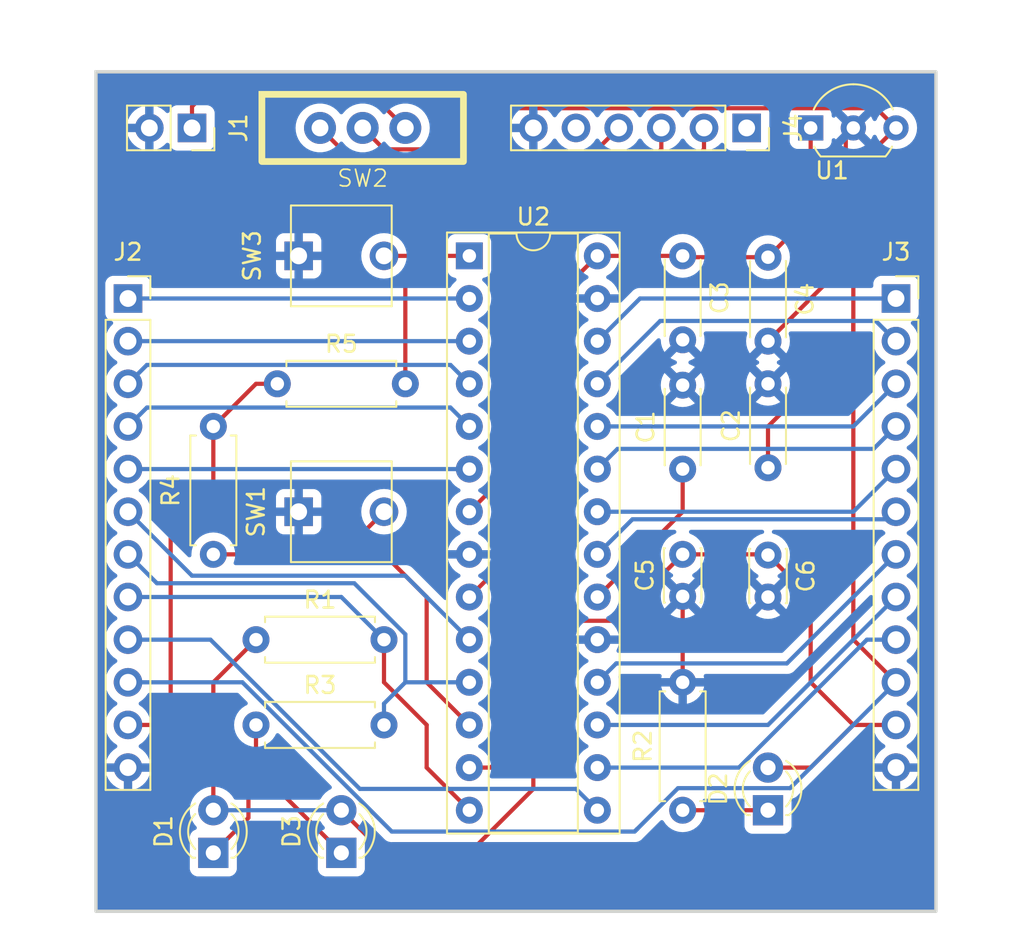
<source format=kicad_pcb>
(kicad_pcb (version 20221018) (generator pcbnew)
  (layers (0 "F.Cu" signal) (31 "B.Cu" signal) (34 "B.Paste" user) (35 "F.Paste" user) (36 "B.SilkS" user "B.Silkscreen") (37 "F.SilkS" user "F.Silkscreen") (38 "B.Mask" user) (39 "F.Mask" user) (44 "Edge.Cuts" user))
  (net 0 "")
  (net 1 "Net-(U2-Vcap)")
  (net 2 "GND")
  (net 3 "+3.3V")
  (net 4 "Net-(D1-K)")
  (net 5 "Net-(D2-K)")
  (net 6 "Net-(D3-K)")
  (net 7 "Net-(J1-Pin_1)")
  (net 8 "/A0")
  (net 9 "/A1")
  (net 10 "/B0")
  (net 11 "/B1")
  (net 12 "/B2")
  (net 13 "/A3")
  (net 14 "/GREEN")
  (net 15 "/YELLOW")
  (net 16 "/B6")
  (net 17 "/Vin")
  (net 18 "/B15")
  (net 19 "/B14")
  (net 20 "/B13")
  (net 21 "/B12")
  (net 22 "/B11")
  (net 23 "/B10")
  (net 24 "/B9")
  (net 25 "/B8")
  (net 26 "/B7")
  (net 28 "/U1RX")
  (net 29 "/U1TX")
  (net 30 "+5V")
  (net 32 "/USER")
  (net 33 "/MCLR")
  (footprint "HW4-2:slidesw" (layer "F.Cu") (at 115.57 53.34)
    (fp_text reference "SW2" (at 0 3 unlocked) (layer "F.SilkS") (effects (font (thickness 0.1))))
    (fp_text value "Slide Switch")
    (fp_rect (start -6 -2) (end 6 2) (stroke (width 0.4)) (fill none) (layer "F.SilkS"))
    (pad "1" thru_hole circle (at -2.54 0) (size 1.9 1.9) (drill 1) (layers "*.Cu" "*.Mask") (net 30 "+5V"))
    (pad "2" thru_hole circle (at 0 0) (size 1.9 1.9) (drill 1) (layers "*.Cu" "*.Mask") (net 17 "/Vin"))
    (pad "3" thru_hole circle (at 2.54 0) (size 1.9 1.9) (drill 1) (layers "*.Cu" "*.Mask") (net 7 "Net-(J1-Pin_1)"))
  )
  (footprint "LED_THT:LED_D3.0mm" (layer "F.Cu") (at 139.7 93.98 90)
    (fp_text reference "D2" (at 1.27 -2.96 90) (layer "F.SilkS"))
    (fp_text value "RED")
    (fp_line (start -0.29 -1.236) (end -0.29 -1.08) (stroke (width 0.12)) (layer "F.SilkS"))
    (fp_line (start -0.29 1.08) (end -0.29 1.236) (stroke (width 0.12)) (layer "F.SilkS"))
    (fp_arc (start -0.29 -1.235516) (mid 1.366487 -1.987659) (end 2.942335 -1.078608) (stroke (width 0.12)) (layer "F.SilkS"))
    (fp_arc (start 0.229039 -1.08) (mid 1.270117 -1.5) (end 2.31113 -1.079837) (stroke (width 0.12)) (layer "F.SilkS"))
    (fp_arc (start 2.31113 1.079837) (mid 1.270117 1.5) (end 0.229039 1.08) (stroke (width 0.12)) (layer "F.SilkS"))
    (fp_arc (start 2.942335 1.078608) (mid 1.366487 1.987659) (end -0.29 1.235516) (stroke (width 0.12)) (layer "F.SilkS"))
    (pad "1" thru_hole rect (at 0 0 90) (size 1.8 1.8) (drill 0.9) (layers "*.Cu" "*.Mask") (net 5 "Net-(D2-K)"))
    (pad "2" thru_hole circle (at 2.54 0 90) (size 1.8 1.8) (drill 0.9) (layers "*.Cu" "*.Mask") (net 3 "+3.3V"))
  )
  (footprint "Capacitor_THT:C_Disc_D3.0mm_W2.0mm_P2.50mm" (layer "F.Cu") (at 139.7 78.78 -90)
    (fp_text reference "C6" (at 1.25 -2.25 90) (layer "F.SilkS"))
    (fp_text value "0.1 uF")
    (fp_line (start -0.37 -1.12) (end -0.37 -1.055) (stroke (width 0.12)) (layer "F.SilkS"))
    (fp_line (start -0.37 -1.12) (end 2.87 -1.12) (stroke (width 0.12)) (layer "F.SilkS"))
    (fp_line (start -0.37 1.055) (end -0.37 1.12) (stroke (width 0.12)) (layer "F.SilkS"))
    (fp_line (start -0.37 1.12) (end 2.87 1.12) (stroke (width 0.12)) (layer "F.SilkS"))
    (fp_line (start 2.87 -1.12) (end 2.87 -1.055) (stroke (width 0.12)) (layer "F.SilkS"))
    (fp_line (start 2.87 1.055) (end 2.87 1.12) (stroke (width 0.12)) (layer "F.SilkS"))
    (pad "1" thru_hole circle (at 0 0 270) (size 1.6 1.6) (drill 0.8) (layers "*.Cu" "*.Mask") (net 3 "+3.3V"))
    (pad "2" thru_hole circle (at 2.5 0 270) (size 1.6 1.6) (drill 0.8) (layers "*.Cu" "*.Mask") (net 2 "GND"))
  )
  (footprint "HW4-2:pushbtn" (layer "F.Cu") (at 114.3 60.96 90)
    (fp_text reference "SW3" (at 0 -5.31 90) (layer "F.SilkS"))
    (fp_text value "USER")
    (fp_line (start -3 -3) (end -3 3) (stroke (width 0.12)) (layer "F.SilkS"))
    (fp_line (start -3 -3) (end 3 -3) (stroke (width 0.12)) (layer "F.SilkS"))
    (fp_line (start -3 3) (end 3 3) (stroke (width 0.12)) (layer "F.SilkS"))
    (fp_line (start 3 -3) (end 3 3) (stroke (width 0.12)) (layer "F.SilkS"))
    (pad "1" thru_hole rect (at 0 -2.54 90) (size 1.7 1.7) (drill 1) (layers "*.Cu" "*.Mask") (net 2 "GND"))
    (pad "2" thru_hole oval (at 0 2.54 90) (size 1.7 1.7) (drill 1) (layers "*.Cu" "*.Mask") (net 33 "/MCLR"))
  )
  (footprint "Connector_PinSocket_2.54mm:PinSocket_1x02_P2.54mm_Vertical" (layer "F.Cu") (at 105.41 53.34 -90)
    (fp_text reference "J1" (at 0 -2.77 90) (layer "F.SilkS"))
    (fp_text value "Battery")
    (fp_line (start -1.33 1.27) (end -1.33 3.87) (stroke (width 0.12)) (layer "F.SilkS"))
    (fp_line (start -1.33 1.27) (end 1.33 1.27) (stroke (width 0.12)) (layer "F.SilkS"))
    (fp_line (start -1.33 3.87) (end 1.33 3.87) (stroke (width 0.12)) (layer "F.SilkS"))
    (fp_line (start 0 -1.33) (end 1.33 -1.33) (stroke (width 0.12)) (layer "F.SilkS"))
    (fp_line (start 1.33 -1.33) (end 1.33 0) (stroke (width 0.12)) (layer "F.SilkS"))
    (fp_line (start 1.33 1.27) (end 1.33 3.87) (stroke (width 0.12)) (layer "F.SilkS"))
    (pad "1" thru_hole rect (at 0 0 270) (size 1.7 1.7) (drill 1) (layers "*.Cu" "*.Mask") (net 7 "Net-(J1-Pin_1)"))
    (pad "2" thru_hole oval (at 0 2.54 270) (size 1.7 1.7) (drill 1) (layers "*.Cu" "*.Mask") (net 2 "GND"))
  )
  (footprint "Capacitor_THT:C_Disc_D3.0mm_W2.0mm_P2.50mm" (layer "F.Cu") (at 134.62 81.24 90)
    (fp_text reference "C5" (at 1.25 -2.25 90) (layer "F.SilkS"))
    (fp_text value "0.1 uF")
    (fp_line (start -0.37 -1.12) (end -0.37 -1.055) (stroke (width 0.12)) (layer "F.SilkS"))
    (fp_line (start -0.37 -1.12) (end 2.87 -1.12) (stroke (width 0.12)) (layer "F.SilkS"))
    (fp_line (start -0.37 1.055) (end -0.37 1.12) (stroke (width 0.12)) (layer "F.SilkS"))
    (fp_line (start -0.37 1.12) (end 2.87 1.12) (stroke (width 0.12)) (layer "F.SilkS"))
    (fp_line (start 2.87 -1.12) (end 2.87 -1.055) (stroke (width 0.12)) (layer "F.SilkS"))
    (fp_line (start 2.87 1.055) (end 2.87 1.12) (stroke (width 0.12)) (layer "F.SilkS"))
    (pad "1" thru_hole circle (at 0 0 90) (size 1.6 1.6) (drill 0.8) (layers "*.Cu" "*.Mask") (net 2 "GND"))
    (pad "2" thru_hole circle (at 2.5 0 90) (size 1.6 1.6) (drill 0.8) (layers "*.Cu" "*.Mask") (net 3 "+3.3V"))
  )
  (footprint "Resistor_THT:R_Axial_DIN0207_L6.3mm_D2.5mm_P7.62mm_Horizontal" (layer "F.Cu") (at 134.62 93.98 90)
    (fp_text reference "R2" (at 3.81 -2.37 90) (layer "F.SilkS"))
    (fp_text value "330")
    (fp_line (start 0.54 -1.37) (end 7.08 -1.37) (stroke (width 0.12)) (layer "F.SilkS"))
    (fp_line (start 0.54 -1.04) (end 0.54 -1.37) (stroke (width 0.12)) (layer "F.SilkS"))
    (fp_line (start 0.54 1.04) (end 0.54 1.37) (stroke (width 0.12)) (layer "F.SilkS"))
    (fp_line (start 0.54 1.37) (end 7.08 1.37) (stroke (width 0.12)) (layer "F.SilkS"))
    (fp_line (start 7.08 -1.37) (end 7.08 -1.04) (stroke (width 0.12)) (layer "F.SilkS"))
    (fp_line (start 7.08 1.37) (end 7.08 1.04) (stroke (width 0.12)) (layer "F.SilkS"))
    (pad "1" thru_hole circle (at 0 0 90) (size 1.6 1.6) (drill 0.8) (layers "*.Cu" "*.Mask") (net 5 "Net-(D2-K)"))
    (pad "2" thru_hole oval (at 7.62 0 90) (size 1.6 1.6) (drill 0.8) (layers "*.Cu" "*.Mask") (net 2 "GND"))
  )
  (footprint "Capacitor_THT:C_Disc_D4.3mm_W1.9mm_P5.00mm" (layer "F.Cu") (at 139.7 61.04 -90)
    (fp_text reference "C4" (at 2.5 -2.2 90) (layer "F.SilkS"))
    (fp_text value "1 uF")
    (fp_line (start 0.23 -1.07) (end 0.23 -1.055) (stroke (width 0.12)) (layer "F.SilkS"))
    (fp_line (start 0.23 -1.07) (end 4.77 -1.07) (stroke (width 0.12)) (layer "F.SilkS"))
    (fp_line (start 0.23 1.055) (end 0.23 1.07) (stroke (width 0.12)) (layer "F.SilkS"))
    (fp_line (start 0.23 1.07) (end 4.77 1.07) (stroke (width 0.12)) (layer "F.SilkS"))
    (fp_line (start 4.77 -1.07) (end 4.77 -1.055) (stroke (width 0.12)) (layer "F.SilkS"))
    (fp_line (start 4.77 1.055) (end 4.77 1.07) (stroke (width 0.12)) (layer "F.SilkS"))
    (pad "1" thru_hole circle (at 0 0 270) (size 1.6 1.6) (drill 0.8) (layers "*.Cu" "*.Mask") (net 3 "+3.3V"))
    (pad "2" thru_hole circle (at 5 0 270) (size 1.6 1.6) (drill 0.8) (layers "*.Cu" "*.Mask") (net 2 "GND"))
  )
  (footprint "Connector_PinSocket_2.54mm:PinSocket_1x12_P2.54mm_Vertical" (layer "F.Cu") (at 147.32 63.5)
    (fp_text reference "J3" (at 0 -2.77) (layer "F.SilkS"))
    (fp_text value "~")
    (fp_line (start -1.33 1.27) (end -1.33 29.27) (stroke (width 0.12)) (layer "F.SilkS"))
    (fp_line (start -1.33 1.27) (end 1.33 1.27) (stroke (width 0.12)) (layer "F.SilkS"))
    (fp_line (start -1.33 29.27) (end 1.33 29.27) (stroke (width 0.12)) (layer "F.SilkS"))
    (fp_line (start 0 -1.33) (end 1.33 -1.33) (stroke (width 0.12)) (layer "F.SilkS"))
    (fp_line (start 1.33 -1.33) (end 1.33 0) (stroke (width 0.12)) (layer "F.SilkS"))
    (fp_line (start 1.33 1.27) (end 1.33 29.27) (stroke (width 0.12)) (layer "F.SilkS"))
    (pad "1" thru_hole rect (at 0 0) (size 1.7 1.7) (drill 1) (layers "*.Cu" "*.Mask") (net 18 "/B15"))
    (pad "2" thru_hole oval (at 0 2.54) (size 1.7 1.7) (drill 1) (layers "*.Cu" "*.Mask") (net 19 "/B14"))
    (pad "3" thru_hole oval (at 0 5.08) (size 1.7 1.7) (drill 1) (layers "*.Cu" "*.Mask") (net 20 "/B13"))
    (pad "4" thru_hole oval (at 0 7.62) (size 1.7 1.7) (drill 1) (layers "*.Cu" "*.Mask") (net 21 "/B12"))
    (pad "5" thru_hole oval (at 0 10.16) (size 1.7 1.7) (drill 1) (layers "*.Cu" "*.Mask") (net 22 "/B11"))
    (pad "6" thru_hole oval (at 0 12.7) (size 1.7 1.7) (drill 1) (layers "*.Cu" "*.Mask") (net 23 "/B10"))
    (pad "7" thru_hole oval (at 0 15.24) (size 1.7 1.7) (drill 1) (layers "*.Cu" "*.Mask") (net 24 "/B9"))
    (pad "8" thru_hole oval (at 0 17.78) (size 1.7 1.7) (drill 1) (layers "*.Cu" "*.Mask") (net 25 "/B8"))
    (pad "9" thru_hole oval (at 0 20.32) (size 1.7 1.7) (drill 1) (layers "*.Cu" "*.Mask") (net 26 "/B7"))
    (pad "10" thru_hole oval (at 0 22.86) (size 1.7 1.7) (drill 1) (layers "*.Cu" "*.Mask") (net 17 "/Vin"))
    (pad "11" thru_hole oval (at 0 25.4) (size 1.7 1.7) (drill 1) (layers "*.Cu" "*.Mask") (net 3 "+3.3V"))
    (pad "12" thru_hole oval (at 0 27.94) (size 1.7 1.7) (drill 1) (layers "*.Cu" "*.Mask") (net 2 "GND"))
  )
  (footprint "Connector_PinSocket_2.54mm:PinSocket_1x06_P2.54mm_Vertical" (layer "F.Cu") (at 138.43 53.34 -90)
    (fp_text reference "J4" (at 0 -2.77 90) (layer "F.SilkS"))
    (fp_text value "CP2102")
    (fp_line (start -1.33 1.27) (end -1.33 14.03) (stroke (width 0.12)) (layer "F.SilkS"))
    (fp_line (start -1.33 1.27) (end 1.33 1.27) (stroke (width 0.12)) (layer "F.SilkS"))
    (fp_line (start -1.33 14.03) (end 1.33 14.03) (stroke (width 0.12)) (layer "F.SilkS"))
    (fp_line (start 0 -1.33) (end 1.33 -1.33) (stroke (width 0.12)) (layer "F.SilkS"))
    (fp_line (start 1.33 -1.33) (end 1.33 0) (stroke (width 0.12)) (layer "F.SilkS"))
    (fp_line (start 1.33 1.27) (end 1.33 14.03) (stroke (width 0.12)) (layer "F.SilkS"))
    (pad "1" thru_hole rect (at 0 0 270) (size 1.7 1.7) (drill 1) (layers "*.Cu" "*.Mask"))
    (pad "2" thru_hole oval (at 0 2.54 270) (size 1.7 1.7) (drill 1) (layers "*.Cu" "*.Mask") (net 28 "/U1RX"))
    (pad "3" thru_hole oval (at 0 5.08 270) (size 1.7 1.7) (drill 1) (layers "*.Cu" "*.Mask") (net 29 "/U1TX"))
    (pad "4" thru_hole oval (at 0 7.62 270) (size 1.7 1.7) (drill 1) (layers "*.Cu" "*.Mask") (net 30 "+5V"))
    (pad "5" thru_hole oval (at 0 10.16 270) (size 1.7 1.7) (drill 1) (layers "*.Cu" "*.Mask"))
    (pad "6" thru_hole oval (at 0 12.7 270) (size 1.7 1.7) (drill 1) (layers "*.Cu" "*.Mask") (net 2 "GND"))
  )
  (footprint "Resistor_THT:R_Axial_DIN0207_L6.3mm_D2.5mm_P7.62mm_Horizontal" (layer "F.Cu") (at 109.22 83.82)
    (fp_text reference "R1" (at 3.81 -2.37) (layer "F.SilkS"))
    (fp_text value "330")
    (fp_line (start 0.54 -1.37) (end 7.08 -1.37) (stroke (width 0.12)) (layer "F.SilkS"))
    (fp_line (start 0.54 -1.04) (end 0.54 -1.37) (stroke (width 0.12)) (layer "F.SilkS"))
    (fp_line (start 0.54 1.04) (end 0.54 1.37) (stroke (width 0.12)) (layer "F.SilkS"))
    (fp_line (start 0.54 1.37) (end 7.08 1.37) (stroke (width 0.12)) (layer "F.SilkS"))
    (fp_line (start 7.08 -1.37) (end 7.08 -1.04) (stroke (width 0.12)) (layer "F.SilkS"))
    (fp_line (start 7.08 1.37) (end 7.08 1.04) (stroke (width 0.12)) (layer "F.SilkS"))
    (pad "1" thru_hole circle (at 0 0) (size 1.6 1.6) (drill 0.8) (layers "*.Cu" "*.Mask") (net 4 "Net-(D1-K)"))
    (pad "2" thru_hole oval (at 7.62 0) (size 1.6 1.6) (drill 0.8) (layers "*.Cu" "*.Mask") (net 15 "/YELLOW"))
  )
  (footprint "LED_THT:LED_D3.0mm" (layer "F.Cu") (at 114.3 96.52 90)
    (fp_text reference "D3" (at 1.27 -2.96 90) (layer "F.SilkS"))
    (fp_text value "GREEN")
    (fp_line (start -0.29 -1.236) (end -0.29 -1.08) (stroke (width 0.12)) (layer "F.SilkS"))
    (fp_line (start -0.29 1.08) (end -0.29 1.236) (stroke (width 0.12)) (layer "F.SilkS"))
    (fp_arc (start -0.29 -1.235516) (mid 1.366487 -1.987659) (end 2.942335 -1.078608) (stroke (width 0.12)) (layer "F.SilkS"))
    (fp_arc (start 0.229039 -1.08) (mid 1.270117 -1.5) (end 2.31113 -1.079837) (stroke (width 0.12)) (layer "F.SilkS"))
    (fp_arc (start 2.31113 1.079837) (mid 1.270117 1.5) (end 0.229039 1.08) (stroke (width 0.12)) (layer "F.SilkS"))
    (fp_arc (start 2.942335 1.078608) (mid 1.366487 1.987659) (end -0.29 1.235516) (stroke (width 0.12)) (layer "F.SilkS"))
    (pad "1" thru_hole rect (at 0 0 90) (size 1.8 1.8) (drill 0.9) (layers "*.Cu" "*.Mask") (net 6 "Net-(D3-K)"))
    (pad "2" thru_hole circle (at 2.54 0 90) (size 1.8 1.8) (drill 0.9) (layers "*.Cu" "*.Mask") (net 3 "+3.3V"))
  )
  (footprint "Resistor_THT:R_Axial_DIN0207_L6.3mm_D2.5mm_P7.62mm_Horizontal" (layer "F.Cu") (at 106.68 71.12 -90)
    (fp_text reference "R4" (at 3.81 2.54 90) (layer "F.SilkS"))
    (fp_text value "10K")
    (fp_line (start 0.54 -1.37) (end 7.08 -1.37) (stroke (width 0.12)) (layer "F.SilkS"))
    (fp_line (start 0.54 -1.04) (end 0.54 -1.37) (stroke (width 0.12)) (layer "F.SilkS"))
    (fp_line (start 0.54 1.04) (end 0.54 1.37) (stroke (width 0.12)) (layer "F.SilkS"))
    (fp_line (start 0.54 1.37) (end 7.08 1.37) (stroke (width 0.12)) (layer "F.SilkS"))
    (fp_line (start 7.08 -1.37) (end 7.08 -1.04) (stroke (width 0.12)) (layer "F.SilkS"))
    (fp_line (start 7.08 1.37) (end 7.08 1.04) (stroke (width 0.12)) (layer "F.SilkS"))
    (pad "1" thru_hole circle (at 0 0 270) (size 1.6 1.6) (drill 0.8) (layers "*.Cu" "*.Mask") (net 3 "+3.3V"))
    (pad "2" thru_hole oval (at 7.62 0 270) (size 1.6 1.6) (drill 0.8) (layers "*.Cu" "*.Mask") (net 32 "/USER"))
  )
  (footprint "Package_TO_SOT_THT:TO-92L_Inline_Wide" (layer "F.Cu") (at 142.24 53.34)
    (fp_text reference "U1" (at 1.27 2.54) (layer "F.SilkS"))
    (fp_text value "AP7381_33")
    (fp_line (start 0.6 1.7) (end 4.45 1.7) (stroke (width 0.12)) (layer "F.SilkS"))
    (fp_arc (start 0.1836 -1.098807) (mid 1.143021 -2.192817) (end 2.54 -2.6) (stroke (width 0.12)) (layer "F.SilkS"))
    (fp_arc (start 0.6 1.7) (mid 0.389183 1.423933) (end 0.217369 1.122045) (stroke (width 0.12)) (layer "F.SilkS"))
    (fp_arc (start 2.54 -2.6) (mid 3.936979 -2.192818) (end 4.8964 -1.098807) (stroke (width 0.12)) (layer "F.SilkS"))
    (fp_arc (start 4.842383 1.112264) (mid 4.666594 1.419753) (end 4.45 1.7) (stroke (width 0.12)) (layer "F.SilkS"))
    (pad "1" thru_hole rect (at 0 0) (size 1.5 1.5) (drill 0.8) (layers "*.Cu" "*.Mask") (net 3 "+3.3V"))
    (pad "2" thru_hole circle (at 2.54 0) (size 1.5 1.5) (drill 0.8) (layers "*.Cu" "*.Mask") (net 2 "GND"))
    (pad "3" thru_hole circle (at 5.08 0) (size 1.5 1.5) (drill 0.8) (layers "*.Cu" "*.Mask") (net 17 "/Vin"))
  )
  (footprint "Capacitor_THT:C_Disc_D4.3mm_W1.9mm_P5.00mm" (layer "F.Cu") (at 139.7 73.58 90)
    (fp_text reference "C2" (at 2.5 -2.2 90) (layer "F.SilkS"))
    (fp_text value "1 uF")
    (fp_line (start 0.23 -1.07) (end 0.23 -1.055) (stroke (width 0.12)) (layer "F.SilkS"))
    (fp_line (start 0.23 -1.07) (end 4.77 -1.07) (stroke (width 0.12)) (layer "F.SilkS"))
    (fp_line (start 0.23 1.055) (end 0.23 1.07) (stroke (width 0.12)) (layer "F.SilkS"))
    (fp_line (start 0.23 1.07) (end 4.77 1.07) (stroke (width 0.12)) (layer "F.SilkS"))
    (fp_line (start 4.77 -1.07) (end 4.77 -1.055) (stroke (width 0.12)) (layer "F.SilkS"))
    (fp_line (start 4.77 1.055) (end 4.77 1.07) (stroke (width 0.12)) (layer "F.SilkS"))
    (pad "1" thru_hole circle (at 0 0 90) (size 1.6 1.6) (drill 0.8) (layers "*.Cu" "*.Mask") (net 17 "/Vin"))
    (pad "2" thru_hole circle (at 5 0 90) (size 1.6 1.6) (drill 0.8) (layers "*.Cu" "*.Mask") (net 2 "GND"))
  )
  (footprint "Capacitor_THT:C_Disc_D4.3mm_W1.9mm_P5.00mm" (layer "F.Cu") (at 134.62 73.66 90)
    (fp_text reference "C1" (at 2.5 -2.2 90) (layer "F.SilkS"))
    (fp_text value "1 uF")
    (fp_line (start 0.23 -1.07) (end 0.23 -1.055) (stroke (width 0.12)) (layer "F.SilkS"))
    (fp_line (start 0.23 -1.07) (end 4.77 -1.07) (stroke (width 0.12)) (layer "F.SilkS"))
    (fp_line (start 0.23 1.055) (end 0.23 1.07) (stroke (width 0.12)) (layer "F.SilkS"))
    (fp_line (start 0.23 1.07) (end 4.77 1.07) (stroke (width 0.12)) (layer "F.SilkS"))
    (fp_line (start 4.77 -1.07) (end 4.77 -1.055) (stroke (width 0.12)) (layer "F.SilkS"))
    (fp_line (start 4.77 1.055) (end 4.77 1.07) (stroke (width 0.12)) (layer "F.SilkS"))
    (pad "1" thru_hole circle (at 0 0 90) (size 1.6 1.6) (drill 0.8) (layers "*.Cu" "*.Mask") (net 1 "Net-(U2-Vcap)"))
    (pad "2" thru_hole circle (at 5 0 90) (size 1.6 1.6) (drill 0.8) (layers "*.Cu" "*.Mask") (net 2 "GND"))
  )
  (footprint "Resistor_THT:R_Axial_DIN0207_L6.3mm_D2.5mm_P7.62mm_Horizontal" (layer "F.Cu") (at 109.22 88.9)
    (fp_text reference "R3" (at 3.81 -2.37) (layer "F.SilkS"))
    (fp_text value "330")
    (fp_line (start 0.54 -1.37) (end 7.08 -1.37) (stroke (width 0.12)) (layer "F.SilkS"))
    (fp_line (start 0.54 -1.04) (end 0.54 -1.37) (stroke (width 0.12)) (layer "F.SilkS"))
    (fp_line (start 0.54 1.04) (end 0.54 1.37) (stroke (width 0.12)) (layer "F.SilkS"))
    (fp_line (start 0.54 1.37) (end 7.08 1.37) (stroke (width 0.12)) (layer "F.SilkS"))
    (fp_line (start 7.08 -1.37) (end 7.08 -1.04) (stroke (width 0.12)) (layer "F.SilkS"))
    (fp_line (start 7.08 1.37) (end 7.08 1.04) (stroke (width 0.12)) (layer "F.SilkS"))
    (pad "1" thru_hole circle (at 0 0) (size 1.6 1.6) (drill 0.8) (layers "*.Cu" "*.Mask") (net 6 "Net-(D3-K)"))
    (pad "2" thru_hole oval (at 7.62 0) (size 1.6 1.6) (drill 0.8) (layers "*.Cu" "*.Mask") (net 14 "/GREEN"))
  )
  (footprint "LED_THT:LED_D3.0mm" (layer "F.Cu") (at 106.68 96.52 90)
    (fp_text reference "D1" (at 1.27 -2.96 90) (layer "F.SilkS"))
    (fp_text value "YELLOW")
    (fp_line (start -0.29 -1.236) (end -0.29 -1.08) (stroke (width 0.12)) (layer "F.SilkS"))
    (fp_line (start -0.29 1.08) (end -0.29 1.236) (stroke (width 0.12)) (layer "F.SilkS"))
    (fp_arc (start -0.29 -1.235516) (mid 1.366487 -1.987659) (end 2.942335 -1.078608) (stroke (width 0.12)) (layer "F.SilkS"))
    (fp_arc (start 0.229039 -1.08) (mid 1.270117 -1.5) (end 2.31113 -1.079837) (stroke (width 0.12)) (layer "F.SilkS"))
    (fp_arc (start 2.31113 1.079837) (mid 1.270117 1.5) (end 0.229039 1.08) (stroke (width 0.12)) (layer "F.SilkS"))
    (fp_arc (start 2.942335 1.078608) (mid 1.366487 1.987659) (end -0.29 1.235516) (stroke (width 0.12)) (layer "F.SilkS"))
    (pad "1" thru_hole rect (at 0 0 90) (size 1.8 1.8) (drill 0.9) (layers "*.Cu" "*.Mask") (net 4 "Net-(D1-K)"))
    (pad "2" thru_hole circle (at 2.54 0 90) (size 1.8 1.8) (drill 0.9) (layers "*.Cu" "*.Mask") (net 3 "+3.3V"))
  )
  (footprint "Resistor_THT:R_Axial_DIN0207_L6.3mm_D2.5mm_P7.62mm_Horizontal" (layer "F.Cu") (at 110.49 68.58)
    (fp_text reference "R5" (at 3.81 -2.37) (layer "F.SilkS"))
    (fp_text value "10K")
    (fp_line (start 0.54 -1.37) (end 7.08 -1.37) (stroke (width 0.12)) (layer "F.SilkS"))
    (fp_line (start 0.54 -1.04) (end 0.54 -1.37) (stroke (width 0.12)) (layer "F.SilkS"))
    (fp_line (start 0.54 1.04) (end 0.54 1.37) (stroke (width 0.12)) (layer "F.SilkS"))
    (fp_line (start 0.54 1.37) (end 7.08 1.37) (stroke (width 0.12)) (layer "F.SilkS"))
    (fp_line (start 7.08 -1.37) (end 7.08 -1.04) (stroke (width 0.12)) (layer "F.SilkS"))
    (fp_line (start 7.08 1.37) (end 7.08 1.04) (stroke (width 0.12)) (layer "F.SilkS"))
    (pad "1" thru_hole circle (at 0 0) (size 1.6 1.6) (drill 0.8) (layers "*.Cu" "*.Mask") (net 3 "+3.3V"))
    (pad "2" thru_hole oval (at 7.62 0) (size 1.6 1.6) (drill 0.8) (layers "*.Cu" "*.Mask") (net 33 "/MCLR"))
  )
  (footprint "Package_DIP:DIP-28_W7.62mm_Socket" (layer "F.Cu") (at 121.92 60.96)
    (fp_text reference "U2" (at 3.81 -2.33) (layer "F.SilkS"))
    (fp_text value "~")
    (fp_line (start -1.33 -1.39) (end -1.33 34.41) (stroke (width 0.12)) (layer "F.SilkS"))
    (fp_line (start -1.33 34.41) (end 8.95 34.41) (stroke (width 0.12)) (layer "F.SilkS"))
    (fp_line (start 1.16 -1.33) (end 1.16 34.35) (stroke (width 0.12)) (layer "F.SilkS"))
    (fp_line (start 1.16 34.35) (end 6.46 34.35) (stroke (width 0.12)) (layer "F.SilkS"))
    (fp_line (start 2.81 -1.33) (end 1.16 -1.33) (stroke (width 0.12)) (layer "F.SilkS"))
    (fp_line (start 6.46 -1.33) (end 4.81 -1.33) (stroke (width 0.12)) (layer "F.SilkS"))
    (fp_line (start 6.46 34.35) (end 6.46 -1.33) (stroke (width 0.12)) (layer "F.SilkS"))
    (fp_line (start 8.95 -1.39) (end -1.33 -1.39) (stroke (width 0.12)) (layer "F.SilkS"))
    (fp_line (start 8.95 34.41) (end 8.95 -1.39) (stroke (width 0.12)) (layer "F.SilkS"))
    (fp_arc (start 4.81 -1.33) (mid 3.81 -0.33) (end 2.81 -1.33) (stroke (width 0.12)) (layer "F.SilkS"))
    (pad "1" thru_hole rect (at 0 0) (size 1.6 1.6) (drill 0.8) (layers "*.Cu" "*.Mask") (net 33 "/MCLR"))
    (pad "2" thru_hole oval (at 0 2.54) (size 1.6 1.6) (drill 0.8) (layers "*.Cu" "*.Mask") (net 8 "/A0"))
    (pad "3" thru_hole oval (at 0 5.08) (size 1.6 1.6) (drill 0.8) (layers "*.Cu" "*.Mask") (net 9 "/A1"))
    (pad "4" thru_hole oval (at 0 7.62) (size 1.6 1.6) (drill 0.8) (layers "*.Cu" "*.Mask") (net 10 "/B0"))
    (pad "5" thru_hole oval (at 0 10.16) (size 1.6 1.6) (drill 0.8) (layers "*.Cu" "*.Mask") (net 11 "/B1"))
    (pad "6" thru_hole oval (at 0 12.7) (size 1.6 1.6) (drill 0.8) (layers "*.Cu" "*.Mask") (net 12 "/B2"))
    (pad "7" thru_hole oval (at 0 15.24) (size 1.6 1.6) (drill 0.8) (layers "*.Cu" "*.Mask") (net 29 "/U1TX"))
    (pad "8" thru_hole oval (at 0 17.78) (size 1.6 1.6) (drill 0.8) (layers "*.Cu" "*.Mask") (net 2 "GND"))
    (pad "9" thru_hole oval (at 0 20.32) (size 1.6 1.6) (drill 0.8) (layers "*.Cu" "*.Mask") (net 28 "/U1RX"))
    (pad "10" thru_hole oval (at 0 22.86) (size 1.6 1.6) (drill 0.8) (layers "*.Cu" "*.Mask") (net 13 "/A3"))
    (pad "11" thru_hole oval (at 0 25.4) (size 1.6 1.6) (drill 0.8) (layers "*.Cu" "*.Mask") (net 14 "/GREEN"))
    (pad "12" thru_hole oval (at 0 27.94) (size 1.6 1.6) (drill 0.8) (layers "*.Cu" "*.Mask") (net 32 "/USER"))
    (pad "13" thru_hole oval (at 0 30.48) (size 1.6 1.6) (drill 0.8) (layers "*.Cu" "*.Mask") (net 3 "+3.3V"))
    (pad "14" thru_hole oval (at 0 33.02) (size 1.6 1.6) (drill 0.8) (layers "*.Cu" "*.Mask") (net 15 "/YELLOW"))
    (pad "15" thru_hole oval (at 7.62 33.02) (size 1.6 1.6) (drill 0.8) (layers "*.Cu" "*.Mask") (net 16 "/B6"))
    (pad "16" thru_hole oval (at 7.62 30.48) (size 1.6 1.6) (drill 0.8) (layers "*.Cu" "*.Mask") (net 26 "/B7"))
    (pad "17" thru_hole oval (at 7.62 27.94) (size 1.6 1.6) (drill 0.8) (layers "*.Cu" "*.Mask") (net 25 "/B8"))
    (pad "18" thru_hole oval (at 7.62 25.4) (size 1.6 1.6) (drill 0.8) (layers "*.Cu" "*.Mask") (net 24 "/B9"))
    (pad "19" thru_hole oval (at 7.62 22.86) (size 1.6 1.6) (drill 0.8) (layers "*.Cu" "*.Mask") (net 2 "GND"))
    (pad "20" thru_hole oval (at 7.62 20.32) (size 1.6 1.6) (drill 0.8) (layers "*.Cu" "*.Mask") (net 1 "Net-(U2-Vcap)"))
    (pad "21" thru_hole oval (at 7.62 17.78) (size 1.6 1.6) (drill 0.8) (layers "*.Cu" "*.Mask") (net 23 "/B10"))
    (pad "22" thru_hole oval (at 7.62 15.24) (size 1.6 1.6) (drill 0.8) (layers "*.Cu" "*.Mask") (net 22 "/B11"))
    (pad "23" thru_hole oval (at 7.62 12.7) (size 1.6 1.6) (drill 0.8) (layers "*.Cu" "*.Mask") (net 21 "/B12"))
    (pad "24" thru_hole oval (at 7.62 10.16) (size 1.6 1.6) (drill 0.8) (layers "*.Cu" "*.Mask") (net 20 "/B13"))
    (pad "25" thru_hole oval (at 7.62 7.62) (size 1.6 1.6) (drill 0.8) (layers "*.Cu" "*.Mask") (net 19 "/B14"))
    (pad "26" thru_hole oval (at 7.62 5.08) (size 1.6 1.6) (drill 0.8) (layers "*.Cu" "*.Mask") (net 18 "/B15"))
    (pad "27" thru_hole oval (at 7.62 2.54) (size 1.6 1.6) (drill 0.8) (layers "*.Cu" "*.Mask") (net 2 "GND"))
    (pad "28" thru_hole oval (at 7.62 0) (size 1.6 1.6) (drill 0.8) (layers "*.Cu" "*.Mask") (net 3 "+3.3V"))
  )
  (footprint "HW4-2:pushbtn" (layer "F.Cu") (at 114.3 76.2 90)
    (fp_text reference "SW1" (at 0 -5.08 90) (layer "F.SilkS"))
    (fp_text value "USER")
    (fp_line (start -3 -3) (end -3 3) (stroke (width 0.12)) (layer "F.SilkS"))
    (fp_line (start -3 -3) (end 3 -3) (stroke (width 0.12)) (layer "F.SilkS"))
    (fp_line (start -3 3) (end 3 3) (stroke (width 0.12)) (layer "F.SilkS"))
    (fp_line (start 3 -3) (end 3 3) (stroke (width 0.12)) (layer "F.SilkS"))
    (pad "1" thru_hole rect (at 0 -2.54 90) (size 1.7 1.7) (drill 1) (layers "*.Cu" "*.Mask") (net 2 "GND"))
    (pad "2" thru_hole oval (at 0 2.54 90) (size 1.7 1.7) (drill 1) (layers "*.Cu" "*.Mask") (net 32 "/USER"))
  )
  (footprint "Capacitor_THT:C_Disc_D4.3mm_W1.9mm_P5.00mm" (layer "F.Cu") (at 134.62 60.96 -90)
    (fp_text reference "C3" (at 2.5 -2.2 90) (layer "F.SilkS"))
    (fp_text value "1 uF")
    (fp_line (start 0.23 -1.07) (end 0.23 -1.055) (stroke (width 0.12)) (layer "F.SilkS"))
    (fp_line (start 0.23 -1.07) (end 4.77 -1.07) (stroke (width 0.12)) (layer "F.SilkS"))
    (fp_line (start 0.23 1.055) (end 0.23 1.07) (stroke (width 0.12)) (layer "F.SilkS"))
    (fp_line (start 0.23 1.07) (end 4.77 1.07) (stroke (width 0.12)) (layer "F.SilkS"))
    (fp_line (start 4.77 -1.07) (end 4.77 -1.055) (stroke (width 0.12)) (layer "F.SilkS"))
    (fp_line (start 4.77 1.055) (end 4.77 1.07) (stroke (width 0.12)) (layer "F.SilkS"))
    (pad "1" thru_hole circle (at 0 0 270) (size 1.6 1.6) (drill 0.8) (layers "*.Cu" "*.Mask") (net 3 "+3.3V"))
    (pad "2" thru_hole circle (at 5 0 270) (size 1.6 1.6) (drill 0.8) (layers "*.Cu" "*.Mask") (net 2 "GND"))
  )
  (footprint "Connector_PinSocket_2.54mm:PinSocket_1x12_P2.54mm_Vertical" (layer "F.Cu") (at 101.6 63.5)
    (fp_text reference "J2" (at 0 -2.77) (layer "F.SilkS"))
    (fp_text value "~")
    (fp_line (start -1.33 1.27) (end -1.33 29.27) (stroke (width 0.12)) (layer "F.SilkS"))
    (fp_line (start -1.33 1.27) (end 1.33 1.27) (stroke (width 0.12)) (layer "F.SilkS"))
    (fp_line (start -1.33 29.27) (end 1.33 29.27) (stroke (width 0.12)) (layer "F.SilkS"))
    (fp_line (start 0 -1.33) (end 1.33 -1.33) (stroke (width 0.12)) (layer "F.SilkS"))
    (fp_line (start 1.33 -1.33) (end 1.33 0) (stroke (width 0.12)) (layer "F.SilkS"))
    (fp_line (start 1.33 1.27) (end 1.33 29.27) (stroke (width 0.12)) (layer "F.SilkS"))
    (pad "1" thru_hole rect (at 0 0) (size 1.7 1.7) (drill 1) (layers "*.Cu" "*.Mask") (net 8 "/A0"))
    (pad "2" thru_hole oval (at 0 2.54) (size 1.7 1.7) (drill 1) (layers "*.Cu" "*.Mask") (net 9 "/A1"))
    (pad "3" thru_hole oval (at 0 5.08) (size 1.7 1.7) (drill 1) (layers "*.Cu" "*.Mask") (net 10 "/B0"))
    (pad "4" thru_hole oval (at 0 7.62) (size 1.7 1.7) (drill 1) (layers "*.Cu" "*.Mask") (net 11 "/B1"))
    (pad "5" thru_hole oval (at 0 10.16) (size 1.7 1.7) (drill 1) (layers "*.Cu" "*.Mask") (net 12 "/B2"))
    (pad "6" thru_hole oval (at 0 12.7) (size 1.7 1.7) (drill 1) (layers "*.Cu" "*.Mask") (net 13 "/A3"))
    (pad "7" thru_hole oval (at 0 15.24) (size 1.7 1.7) (drill 1) (layers "*.Cu" "*.Mask") (net 14 "/GREEN"))
    (pad "8" thru_hole oval (at 0 17.78) (size 1.7 1.7) (drill 1) (layers "*.Cu" "*.Mask") (net 15 "/YELLOW"))
    (pad "9" thru_hole oval (at 0 20.32) (size 1.7 1.7) (drill 1) (layers "*.Cu" "*.Mask") (net 16 "/B6"))
    (pad "10" thru_hole oval (at 0 22.86) (size 1.7 1.7) (drill 1) (layers "*.Cu" "*.Mask") (net 17 "/Vin"))
    (pad "11" thru_hole oval (at 0 25.4) (size 1.7 1.7) (drill 1) (layers "*.Cu" "*.Mask") (net 3 "+3.3V"))
    (pad "12" thru_hole oval (at 0 27.94) (size 1.7 1.7) (drill 1) (layers "*.Cu" "*.Mask") (net 2 "GND"))
  )
  (gr_rect (start 99.695 50) (end 149.695 100) (stroke (width 0.2)) (fill none) (layer "Edge.Cuts"))
  (segment (start 134.62 76.2) (end 129.54 81.28) (width 0.25) (layer "F.Cu") (net 1))
  (segment (start 134.62 73.66) (end 134.62 76.2) (width 0.25) (layer "F.Cu") (net 1))
  (segment (start 139.7 66.04) (end 144.33 61.41) (width 0.25) (layer "F.Cu") (net 2))
  (segment (start 144.33 53.79) (end 144.78 53.34) (width 0.25) (layer "F.Cu") (net 2))
  (segment (start 134.62 81.24) (end 134.62 86.36) (width 0.25) (layer "F.Cu") (net 2))
  (segment (start 144.33 61.41) (end 144.33 53.79) (width 0.25) (layer "F.Cu") (net 2))
  (segment (start 142.24 58.5) (end 139.7 61.04) (width 0.25) (layer "F.Cu") (net 3))
  (segment (start 123.19 91.44) (end 121.92 91.44) (width 0.25) (layer "F.Cu") (net 3))
  (segment (start 104.14 77.47) (end 104.14 88.9) (width 0.25) (layer "F.Cu") (net 3))
  (segment (start 139.7 78.78) (end 142.24 81.32) (width 0.25) (layer "F.Cu") (net 3))
  (segment (start 127 83.82) (end 127 63.5) (width 0.25) (layer "F.Cu") (net 3))
  (segment (start 134.62 78.74) (end 139.66 78.74) (width 0.25) (layer "F.Cu") (net 3))
  (segment (start 142.24 91.44) (end 144.78 88.9) (width 0.25) (layer "F.Cu") (net 3))
  (segment (start 109.22 68.58) (end 106.68 71.12) (width 0.25) (layer "F.Cu") (net 3))
  (segment (start 106.68 93.98) (end 106.68 91.44) (width 0.25) (layer "F.Cu") (net 3))
  (segment (start 142.24 81.32) (end 142.24 86.36) (width 0.25) (layer "F.Cu") (net 3))
  (segment (start 134.62 60.96) (end 129.54 60.96) (width 0.25) (layer "F.Cu") (net 3))
  (segment (start 106.68 71.12) (end 106.68 74.93) (width 0.25) (layer "F.Cu") (net 3))
  (segment (start 139.7 91.44) (end 142.24 91.44) (width 0.25) (layer "F.Cu") (net 3))
  (segment (start 139.66 78.74) (end 139.7 78.78) (width 0.25) (layer "F.Cu") (net 3))
  (segment (start 134.62 78.74) (end 130.665 82.695) (width 0.25) (layer "F.Cu") (net 3))
  (segment (start 134.7 61.04) (end 134.62 60.96) (width 0.25) (layer "F.Cu") (net 3))
  (segment (start 106.68 74.93) (end 104.14 77.47) (width 0.25) (layer "F.Cu") (net 3))
  (segment (start 125.73 92.71) (end 125.73 88.9) (width 0.25) (layer "F.Cu") (net 3))
  (segment (start 130.665 82.695) (end 128.125 82.695) (width 0.25) (layer "F.Cu") (net 3))
  (segment (start 125.73 88.9) (end 125.73 85.09) (width 0.25) (layer "F.Cu") (net 3))
  (segment (start 144.78 88.9) (end 147.32 88.9) (width 0.25) (layer "F.Cu") (net 3))
  (segment (start 139.7 61.04) (end 134.7 61.04) (width 0.25) (layer "F.Cu") (net 3))
  (segment (start 142.24 86.36) (end 144.78 88.9) (width 0.25) (layer "F.Cu") (net 3))
  (segment (start 101.6 88.9) (end 104.14 88.9) (width 0.25) (layer "F.Cu") (net 3))
  (segment (start 127 63.5) (end 129.54 60.96) (width 0.25) (layer "F.Cu") (net 3))
  (segment (start 110.49 68.58) (end 109.22 68.58) (width 0.25) (layer "F.Cu") (net 3))
  (segment (start 123.19 91.44) (end 125.73 88.9) (width 0.25) (layer "F.Cu") (net 3))
  (segment (start 128.125 82.695) (end 125.73 85.09) (width 0.25) (layer "F.Cu") (net 3))
  (segment (start 114.3 93.98) (end 116.84 96.52) (width 0.25) (layer "F.Cu") (net 3))
  (segment (start 125.73 85.09) (end 127 83.82) (width 0.25) (layer "F.Cu") (net 3))
  (segment (start 106.68 91.44) (end 104.14 88.9) (width 0.25) (layer "F.Cu") (net 3))
  (segment (start 121.92 96.52) (end 125.73 92.71) (width 0.25) (layer "F.Cu") (net 3))
  (segment (start 142.24 53.34) (end 142.24 58.5) (width 0.25) (layer "F.Cu") (net 3))
  (segment (start 116.84 96.52) (end 121.92 96.52) (width 0.25) (layer "F.Cu") (net 3))
  (segment (start 106.68 93.98) (end 114.3 93.98) (width 0.25) (layer "B.Cu") (net 3))
  (segment (start 108.77 94.43) (end 108.77 91.626396) (width 0.25) (layer "F.Cu") (net 4))
  (segment (start 106.68 96.52) (end 108.77 94.43) (width 0.25) (layer "F.Cu") (net 4))
  (segment (start 108.77 91.626396) (end 106.68 89.536396) (width 0.25) (layer "F.Cu") (net 4))
  (segment (start 106.68 86.36) (end 109.22 83.82) (width 0.25) (layer "F.Cu") (net 4))
  (segment (start 106.68 89.536396) (end 106.68 86.36) (width 0.25) (layer "F.Cu") (net 4))
  (segment (start 134.62 93.98) (end 139.7 93.98) (width 0.25) (layer "F.Cu") (net 5))
  (segment (start 109.22 88.9) (end 109.22 91.44) (width 0.25) (layer "F.Cu") (net 6))
  (segment (start 109.22 91.44) (end 114.3 96.52) (width 0.25) (layer "F.Cu") (net 6))
  (segment (start 115.57 50.8) (end 106.675 50.8) (width 0.25) (layer "F.Cu") (net 7))
  (segment (start 106.675 50.8) (end 105.41 52.065) (width 0.25) (layer "F.Cu") (net 7))
  (segment (start 105.41 52.065) (end 105.41 53.34) (width 0.25) (layer "F.Cu") (net 7))
  (segment (start 118.11 53.34) (end 115.57 50.8) (width 0.25) (layer "F.Cu") (net 7))
  (segment (start 101.6 63.5) (end 121.92 63.5) (width 0.25) (layer "B.Cu") (net 8))
  (segment (start 101.6 66.04) (end 121.92 66.04) (width 0.25) (layer "B.Cu") (net 9))
  (segment (start 120.795 67.455) (end 121.92 68.58) (width 0.25) (layer "B.Cu") (net 10))
  (segment (start 101.6 68.58) (end 102.725 67.455) (width 0.25) (layer "B.Cu") (net 10))
  (segment (start 102.725 67.455) (end 120.795 67.455) (width 0.25) (layer "B.Cu") (net 10))
  (segment (start 101.6 71.12) (end 102.725 69.995) (width 0.25) (layer "B.Cu") (net 11))
  (segment (start 102.725 69.995) (end 120.795 69.995) (width 0.25) (layer "B.Cu") (net 11))
  (segment (start 120.795 69.995) (end 121.92 71.12) (width 0.25) (layer "B.Cu") (net 11))
  (segment (start 101.6 73.66) (end 121.92 73.66) (width 0.25) (layer "B.Cu") (net 12))
  (segment (start 118.11 80.01) (end 121.92 83.82) (width 0.25) (layer "B.Cu") (net 13))
  (segment (start 105.41 80.01) (end 118.11 80.01) (width 0.25) (layer "B.Cu") (net 13))
  (segment (start 101.6 76.2) (end 105.41 80.01) (width 0.25) (layer "B.Cu") (net 13))
  (segment (start 115.070991 80.46) (end 118.11 83.499009) (width 0.25) (layer "B.Cu") (net 14))
  (segment (start 103.32 80.46) (end 115.070991 80.46) (width 0.25) (layer "B.Cu") (net 14))
  (segment (start 101.6 78.74) (end 103.32 80.46) (width 0.25) (layer "B.Cu") (net 14))
  (segment (start 116.84 88.9) (end 116.84 87.63) (width 0.25) (layer "B.Cu") (net 14))
  (segment (start 118.11 83.499009) (end 118.11 86.36) (width 0.25) (layer "B.Cu") (net 14))
  (segment (start 116.84 87.63) (end 118.11 86.36) (width 0.25) (layer "B.Cu") (net 14))
  (segment (start 118.11 86.36) (end 121.92 86.36) (width 0.25) (layer "B.Cu") (net 14))
  (segment (start 119.38 88.9) (end 119.38 91.44) (width 0.25) (layer "F.Cu") (net 15))
  (segment (start 116.84 83.82) (end 116.84 86.36) (width 0.25) (layer "F.Cu") (net 15))
  (segment (start 116.84 86.36) (end 119.38 88.9) (width 0.25) (layer "F.Cu") (net 15))
  (segment (start 119.38 91.44) (end 121.92 93.98) (width 0.25) (layer "F.Cu") (net 15))
  (segment (start 101.6 81.28) (end 114.3 81.28) (width 0.25) (layer "B.Cu") (net 15))
  (segment (start 114.3 81.28) (end 116.84 83.82) (width 0.25) (layer "B.Cu") (net 15))
  (segment (start 115.398808 92.71) (end 128.27 92.71) (width 0.25) (layer "B.Cu") (net 16))
  (segment (start 106.508808 83.82) (end 115.398808 92.71) (width 0.25) (layer "B.Cu") (net 16))
  (segment (start 101.6 83.82) (end 106.508808 83.82) (width 0.25) (layer "B.Cu") (net 16))
  (segment (start 128.27 92.71) (end 129.54 93.98) (width 0.25) (layer "B.Cu") (net 16))
  (segment (start 115.57 53.34) (end 116.845 54.615) (width 0.25) (layer "F.Cu") (net 17))
  (segment (start 144.78 66.04) (end 139.7 71.12) (width 0.25) (layer "F.Cu") (net 17))
  (segment (start 144.78 55.88) (end 144.78 64.77) (width 0.25) (layer "F.Cu") (net 17))
  (segment (start 116.845 54.615) (end 119.375 54.615) (width 0.25) (layer "F.Cu") (net 17))
  (segment (start 147.32 86.36) (end 144.78 83.82) (width 0.25) (layer "F.Cu") (net 17))
  (segment (start 119.375 54.615) (end 121.825 52.165) (width 0.25) (layer "F.Cu") (net 17))
  (segment (start 139.7 71.12) (end 139.7 73.58) (width 0.25) (layer "F.Cu") (net 17))
  (segment (start 144.78 83.82) (end 144.78 64.77) (width 0.25) (layer "F.Cu") (net 17))
  (segment (start 146.145 52.165) (end 147.32 53.34) (width 0.25) (layer "F.Cu") (net 17))
  (segment (start 144.78 64.77) (end 144.78 66.04) (width 0.25) (layer "F.Cu") (net 17))
  (segment (start 147.32 53.34) (end 144.78 55.88) (width 0.25) (layer "F.Cu") (net 17))
  (segment (start 121.825 52.165) (end 146.145 52.165) (width 0.25) (layer "F.Cu") (net 17))
  (segment (start 108.412412 86.36) (end 117.302412 95.25) (width 0.25) (layer "B.Cu") (net 17))
  (segment (start 147.32 86.36) (end 141.015 92.665) (width 0.25) (layer "B.Cu") (net 17))
  (segment (start 131.804009 95.205) (end 131.919504 95.089504) (width 0.25) (layer "B.Cu") (net 17))
  (segment (start 117.302412 95.25) (end 131.759008 95.25) (width 0.25) (layer "B.Cu") (net 17))
  (segment (start 134.344009 92.665) (end 131.919504 95.089504) (width 0.25) (layer "B.Cu") (net 17))
  (segment (start 108.412412 86.36) (end 101.6 86.36) (width 0.25) (layer "B.Cu") (net 17))
  (segment (start 131.759008 95.25) (end 131.919504 95.089504) (width 0.25) (layer "B.Cu") (net 17))
  (segment (start 141.015 92.665) (end 134.344009 92.665) (width 0.25) (layer "B.Cu") (net 17))
  (segment (start 132.08 63.5) (end 147.32 63.5) (width 0.25) (layer "B.Cu") (net 18))
  (segment (start 129.54 66.04) (end 132.08 63.5) (width 0.25) (layer "B.Cu") (net 18))
  (segment (start 146.115 64.835) (end 147.32 66.04) (width 0.25) (layer "B.Cu") (net 19))
  (segment (start 133.285 64.835) (end 146.115 64.835) (width 0.25) (layer "B.Cu") (net 19))
  (segment (start 129.54 68.58) (end 133.285 64.835) (width 0.25) (layer "B.Cu") (net 19))
  (segment (start 129.54 71.12) (end 144.78 71.12) (width 0.25) (layer "B.Cu") (net 20))
  (segment (start 144.78 71.12) (end 147.32 68.58) (width 0.25) (layer "B.Cu") (net 20))
  (segment (start 145.985 72.455) (end 147.32 71.12) (width 0.25) (layer "B.Cu") (net 21))
  (segment (start 129.54 73.66) (end 130.745 72.455) (width 0.25) (layer "B.Cu") (net 21))
  (segment (start 130.745 72.455) (end 145.985 72.455) (width 0.25) (layer "B.Cu") (net 21))
  (segment (start 144.78 76.2) (end 147.32 73.66) (width 0.25) (layer "B.Cu") (net 22))
  (segment (start 129.54 76.2) (end 144.78 76.2) (width 0.25) (layer "B.Cu") (net 22))
  (segment (start 129.54 78.74) (end 131.63 76.65) (width 0.25) (layer "B.Cu") (net 23))
  (segment (start 131.63 76.65) (end 146.87 76.65) (width 0.25) (layer "B.Cu") (net 23))
  (segment (start 146.87 76.65) (end 147.32 76.2) (width 0.25) (layer "B.Cu") (net 23))
  (segment (start 130.665 85.235) (end 140.825 85.235) (width 0.25) (layer "B.Cu") (net 24))
  (segment (start 129.54 86.36) (end 130.665 85.235) (width 0.25) (layer "B.Cu") (net 24))
  (segment (start 140.825 85.235) (end 147.32 78.74) (width 0.25) (layer "B.Cu") (net 24))
  (segment (start 129.54 88.9) (end 139.7 88.9) (width 0.25) (layer "B.Cu") (net 25))
  (segment (start 139.7 88.9) (end 147.32 81.28) (width 0.25) (layer "B.Cu") (net 25))
  (segment (start 129.54 91.44) (end 137.967588 91.44) (width 0.25) (layer "B.Cu") (net 26))
  (segment (start 137.967588 91.44) (end 145.587588 83.82) (width 0.25) (layer "B.Cu") (net 26))
  (segment (start 145.587588 83.82) (end 147.32 83.82) (width 0.25) (layer "B.Cu") (net 26))
  (segment (start 121.92 81.28) (end 125.73 77.47) (width 0.25) (layer "F.Cu") (net 28))
  (segment (start 125.73 62.23) (end 129.54 58.42) (width 0.25) (layer "F.Cu") (net 28))
  (segment (start 135.89 54.61) (end 132.08 58.42) (width 0.25) (layer "F.Cu") (net 28))
  (segment (start 125.73 77.47) (end 125.73 62.23) (width 0.25) (layer "F.Cu") (net 28))
  (segment (start 135.89 53.34) (end 135.89 54.61) (width 0.25) (layer "F.Cu") (net 28))
  (segment (start 129.54 58.42) (end 132.08 58.42) (width 0.25) (layer "F.Cu") (net 28))
  (segment (start 133.35 54.61) (end 130.81 57.15) (width 0.25) (layer "F.Cu") (net 29))
  (segment (start 133.35 53.34) (end 133.35 54.61) (width 0.25) (layer "F.Cu") (net 29))
  (segment (start 124.46 60.96) (end 124.46 73.66) (width 0.25) (layer "F.Cu") (net 29))
  (segment (start 124.46 73.66) (end 121.92 76.2) (width 0.25) (layer "F.Cu") (net 29))
  (segment (start 128.27 57.15) (end 124.46 60.96) (width 0.25) (layer "F.Cu") (net 29))
  (segment (start 130.81 57.15) (end 128.27 57.15) (width 0.25) (layer "F.Cu") (net 29))
  (segment (start 115.57 55.88) (end 113.03 53.34) (width 0.25) (layer "F.Cu") (net 30))
  (segment (start 130.81 53.34) (end 128.27 55.88) (width 0.25) (layer "F.Cu") (net 30))
  (segment (start 128.27 55.88) (end 115.57 55.88) (width 0.25) (layer "F.Cu") (net 30))
  (segment (start 119.38 86.36) (end 119.38 81.28) (width 0.25) (layer "F.Cu") (net 32))
  (segment (start 121.92 88.9) (end 119.38 86.36) (width 0.25) (layer "F.Cu") (net 32))
  (segment (start 114.3 78.74) (end 106.68 78.74) (width 0.25) (layer "F.Cu") (net 32))
  (segment (start 119.38 81.28) (end 116.84 78.74) (width 0.25) (layer "F.Cu") (net 32))
  (segment (start 116.84 78.74) (end 114.3 78.74) (width 0.25) (layer "F.Cu") (net 32))
  (segment (start 114.3 78.74) (end 116.84 76.2) (width 0.25) (layer "F.Cu") (net 32))
  (segment (start 118.11 68.58) (end 118.11 62.23) (width 0.25) (layer "F.Cu") (net 33))
  (segment (start 118.11 62.23) (end 119.38 60.96) (width 0.25) (layer "F.Cu") (net 33))
  (segment (start 121.92 60.96) (end 119.38 60.96) (width 0.25) (layer "F.Cu") (net 33))
  (segment (start 119.38 60.96) (end 116.84 60.96) (width 0.25) (layer "F.Cu") (net 33))
  (zone (net 2) (net_name "GND") (layer "B.Cu") (connect_pads (clearance 0.5)) (min_thickness 0.25) (fill yes (thermal_gap 0.5) (thermal_bridge_width 0.5))
    (polygon (pts (xy 93.98 45.72) (xy 154.94 45.72) (xy 154.94 101.6) (xy 93.98 101.6)))
  )
)
</source>
